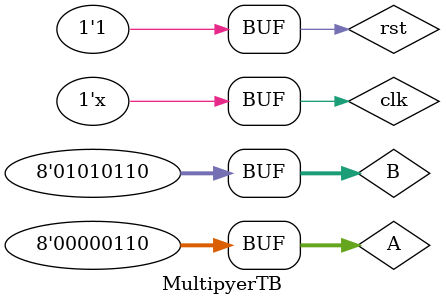
<source format=v>
module Multipyer (a, b, clk, rst, P);
    input [7:0]a, b;
    input clk, rst;
    output reg [15:0]P;
    reg [15:0]M;
    wire [7:0]x, y;
    integer counter;
    initial counter = 0;
    initial P = 16'b0000000000000000;
    initial M = 16'b0000000000000000;

    always @(posedge clk) begin
        if (counter < 8) begin
            if (counter == 0) 
                M = x;
            if (b[counter] == 1) begin
                P = P + M;
            end
            else begin
                P = P;
            end
            M = M << 1;
            counter = counter + 1;
        end
        else if (counter == 8) begin
            if (a[7] ^ b[7] == 1) begin
                P = ~P+1;
            end
            else begin 
                P = P;
            end
            counter = counter + 1;
        end
        else
            counter = 9;
    end
    always @(negedge rst) begin
        if (rst == 0)
            counter <= 0;
            P <= 16'b0000000000000000;
            M <= 16'b0000000000000000;
    end
    assign x = (a[7] == 0)? a:(~a+1);
    assign y = (b[7] == 0)? b:(~b+1);

endmodule

module MultipyerTB;
    reg [7:0]A, B;
    reg clk, rst;
    wire [15:0]S;

    Multipyer mult (A, B, clk, rst, S);

    initial clk = 0;
    always
    begin
        #5 clk = ~clk;
    end

    initial begin 
        rst = 1'b1;
        A = 8'b10000010;
        B = 8'b10000110;
        #100
        rst = 1'b0;
        A = 8'b00000110;
        B = 8'b01010110;
        #1 
        rst = 'b1;

    end
endmodule


</source>
